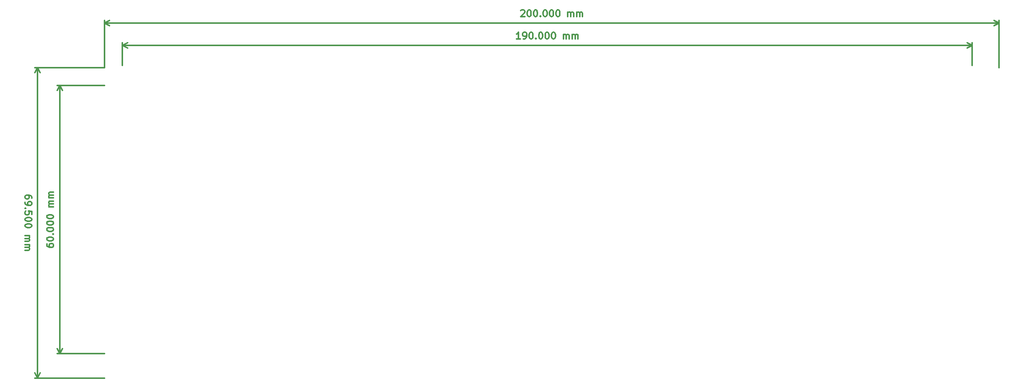
<source format=gbr>
G04 #@! TF.GenerationSoftware,KiCad,Pcbnew,(5.0.0-rc2-dev-296-g4594fedc2)*
G04 #@! TF.CreationDate,2018-04-30T23:58:47+09:30*
G04 #@! TF.ProjectId,zaphod-controller,7A6170686F642D636F6E74726F6C6C65,1.0*
G04 #@! TF.SameCoordinates,Original*
G04 #@! TF.FileFunction,Drawing*
%FSLAX46Y46*%
G04 Gerber Fmt 4.6, Leading zero omitted, Abs format (unit mm)*
G04 Created by KiCad (PCBNEW (5.0.0-rc2-dev-296-g4594fedc2)) date 04/30/18 23:58:47*
%MOMM*%
%LPD*%
G01*
G04 APERTURE LIST*
%ADD10C,0.300000*%
G04 APERTURE END LIST*
D10*
X37078571Y-89500000D02*
X37078571Y-89785714D01*
X37150000Y-89928571D01*
X37221428Y-90000000D01*
X37435714Y-90142857D01*
X37721428Y-90214285D01*
X38292857Y-90214285D01*
X38435714Y-90142857D01*
X38507142Y-90071428D01*
X38578571Y-89928571D01*
X38578571Y-89642857D01*
X38507142Y-89500000D01*
X38435714Y-89428571D01*
X38292857Y-89357142D01*
X37935714Y-89357142D01*
X37792857Y-89428571D01*
X37721428Y-89500000D01*
X37650000Y-89642857D01*
X37650000Y-89928571D01*
X37721428Y-90071428D01*
X37792857Y-90142857D01*
X37935714Y-90214285D01*
X37078571Y-88428571D02*
X37078571Y-88285714D01*
X37150000Y-88142857D01*
X37221428Y-88071428D01*
X37364285Y-88000000D01*
X37650000Y-87928571D01*
X38007142Y-87928571D01*
X38292857Y-88000000D01*
X38435714Y-88071428D01*
X38507142Y-88142857D01*
X38578571Y-88285714D01*
X38578571Y-88428571D01*
X38507142Y-88571428D01*
X38435714Y-88642857D01*
X38292857Y-88714285D01*
X38007142Y-88785714D01*
X37650000Y-88785714D01*
X37364285Y-88714285D01*
X37221428Y-88642857D01*
X37150000Y-88571428D01*
X37078571Y-88428571D01*
X38435714Y-87285714D02*
X38507142Y-87214285D01*
X38578571Y-87285714D01*
X38507142Y-87357142D01*
X38435714Y-87285714D01*
X38578571Y-87285714D01*
X37078571Y-86285714D02*
X37078571Y-86142857D01*
X37150000Y-86000000D01*
X37221428Y-85928571D01*
X37364285Y-85857142D01*
X37650000Y-85785714D01*
X38007142Y-85785714D01*
X38292857Y-85857142D01*
X38435714Y-85928571D01*
X38507142Y-86000000D01*
X38578571Y-86142857D01*
X38578571Y-86285714D01*
X38507142Y-86428571D01*
X38435714Y-86500000D01*
X38292857Y-86571428D01*
X38007142Y-86642857D01*
X37650000Y-86642857D01*
X37364285Y-86571428D01*
X37221428Y-86500000D01*
X37150000Y-86428571D01*
X37078571Y-86285714D01*
X37078571Y-84857142D02*
X37078571Y-84714285D01*
X37150000Y-84571428D01*
X37221428Y-84500000D01*
X37364285Y-84428571D01*
X37650000Y-84357142D01*
X38007142Y-84357142D01*
X38292857Y-84428571D01*
X38435714Y-84500000D01*
X38507142Y-84571428D01*
X38578571Y-84714285D01*
X38578571Y-84857142D01*
X38507142Y-85000000D01*
X38435714Y-85071428D01*
X38292857Y-85142857D01*
X38007142Y-85214285D01*
X37650000Y-85214285D01*
X37364285Y-85142857D01*
X37221428Y-85071428D01*
X37150000Y-85000000D01*
X37078571Y-84857142D01*
X37078571Y-83428571D02*
X37078571Y-83285714D01*
X37150000Y-83142857D01*
X37221428Y-83071428D01*
X37364285Y-83000000D01*
X37650000Y-82928571D01*
X38007142Y-82928571D01*
X38292857Y-83000000D01*
X38435714Y-83071428D01*
X38507142Y-83142857D01*
X38578571Y-83285714D01*
X38578571Y-83428571D01*
X38507142Y-83571428D01*
X38435714Y-83642857D01*
X38292857Y-83714285D01*
X38007142Y-83785714D01*
X37650000Y-83785714D01*
X37364285Y-83714285D01*
X37221428Y-83642857D01*
X37150000Y-83571428D01*
X37078571Y-83428571D01*
X38578571Y-81142857D02*
X37578571Y-81142857D01*
X37721428Y-81142857D02*
X37650000Y-81071428D01*
X37578571Y-80928571D01*
X37578571Y-80714285D01*
X37650000Y-80571428D01*
X37792857Y-80500000D01*
X38578571Y-80500000D01*
X37792857Y-80500000D02*
X37650000Y-80428571D01*
X37578571Y-80285714D01*
X37578571Y-80071428D01*
X37650000Y-79928571D01*
X37792857Y-79857142D01*
X38578571Y-79857142D01*
X38578571Y-79142857D02*
X37578571Y-79142857D01*
X37721428Y-79142857D02*
X37650000Y-79071428D01*
X37578571Y-78928571D01*
X37578571Y-78714285D01*
X37650000Y-78571428D01*
X37792857Y-78500000D01*
X38578571Y-78500000D01*
X37792857Y-78500000D02*
X37650000Y-78428571D01*
X37578571Y-78285714D01*
X37578571Y-78071428D01*
X37650000Y-77928571D01*
X37792857Y-77857142D01*
X38578571Y-77857142D01*
X40000000Y-114000000D02*
X40000000Y-54000000D01*
X50000000Y-114000000D02*
X39413579Y-114000000D01*
X50000000Y-54000000D02*
X39413579Y-54000000D01*
X40000000Y-54000000D02*
X40586421Y-55126504D01*
X40000000Y-54000000D02*
X39413579Y-55126504D01*
X40000000Y-114000000D02*
X40586421Y-112873496D01*
X40000000Y-114000000D02*
X39413579Y-112873496D01*
X142928571Y-43578571D02*
X142071428Y-43578571D01*
X142500000Y-43578571D02*
X142500000Y-42078571D01*
X142357142Y-42292857D01*
X142214285Y-42435714D01*
X142071428Y-42507142D01*
X143642857Y-43578571D02*
X143928571Y-43578571D01*
X144071428Y-43507142D01*
X144142857Y-43435714D01*
X144285714Y-43221428D01*
X144357142Y-42935714D01*
X144357142Y-42364285D01*
X144285714Y-42221428D01*
X144214285Y-42150000D01*
X144071428Y-42078571D01*
X143785714Y-42078571D01*
X143642857Y-42150000D01*
X143571428Y-42221428D01*
X143500000Y-42364285D01*
X143500000Y-42721428D01*
X143571428Y-42864285D01*
X143642857Y-42935714D01*
X143785714Y-43007142D01*
X144071428Y-43007142D01*
X144214285Y-42935714D01*
X144285714Y-42864285D01*
X144357142Y-42721428D01*
X145285714Y-42078571D02*
X145428571Y-42078571D01*
X145571428Y-42150000D01*
X145642857Y-42221428D01*
X145714285Y-42364285D01*
X145785714Y-42650000D01*
X145785714Y-43007142D01*
X145714285Y-43292857D01*
X145642857Y-43435714D01*
X145571428Y-43507142D01*
X145428571Y-43578571D01*
X145285714Y-43578571D01*
X145142857Y-43507142D01*
X145071428Y-43435714D01*
X145000000Y-43292857D01*
X144928571Y-43007142D01*
X144928571Y-42650000D01*
X145000000Y-42364285D01*
X145071428Y-42221428D01*
X145142857Y-42150000D01*
X145285714Y-42078571D01*
X146428571Y-43435714D02*
X146500000Y-43507142D01*
X146428571Y-43578571D01*
X146357142Y-43507142D01*
X146428571Y-43435714D01*
X146428571Y-43578571D01*
X147428571Y-42078571D02*
X147571428Y-42078571D01*
X147714285Y-42150000D01*
X147785714Y-42221428D01*
X147857142Y-42364285D01*
X147928571Y-42650000D01*
X147928571Y-43007142D01*
X147857142Y-43292857D01*
X147785714Y-43435714D01*
X147714285Y-43507142D01*
X147571428Y-43578571D01*
X147428571Y-43578571D01*
X147285714Y-43507142D01*
X147214285Y-43435714D01*
X147142857Y-43292857D01*
X147071428Y-43007142D01*
X147071428Y-42650000D01*
X147142857Y-42364285D01*
X147214285Y-42221428D01*
X147285714Y-42150000D01*
X147428571Y-42078571D01*
X148857142Y-42078571D02*
X149000000Y-42078571D01*
X149142857Y-42150000D01*
X149214285Y-42221428D01*
X149285714Y-42364285D01*
X149357142Y-42650000D01*
X149357142Y-43007142D01*
X149285714Y-43292857D01*
X149214285Y-43435714D01*
X149142857Y-43507142D01*
X149000000Y-43578571D01*
X148857142Y-43578571D01*
X148714285Y-43507142D01*
X148642857Y-43435714D01*
X148571428Y-43292857D01*
X148500000Y-43007142D01*
X148500000Y-42650000D01*
X148571428Y-42364285D01*
X148642857Y-42221428D01*
X148714285Y-42150000D01*
X148857142Y-42078571D01*
X150285714Y-42078571D02*
X150428571Y-42078571D01*
X150571428Y-42150000D01*
X150642857Y-42221428D01*
X150714285Y-42364285D01*
X150785714Y-42650000D01*
X150785714Y-43007142D01*
X150714285Y-43292857D01*
X150642857Y-43435714D01*
X150571428Y-43507142D01*
X150428571Y-43578571D01*
X150285714Y-43578571D01*
X150142857Y-43507142D01*
X150071428Y-43435714D01*
X150000000Y-43292857D01*
X149928571Y-43007142D01*
X149928571Y-42650000D01*
X150000000Y-42364285D01*
X150071428Y-42221428D01*
X150142857Y-42150000D01*
X150285714Y-42078571D01*
X152571428Y-43578571D02*
X152571428Y-42578571D01*
X152571428Y-42721428D02*
X152642857Y-42650000D01*
X152785714Y-42578571D01*
X153000000Y-42578571D01*
X153142857Y-42650000D01*
X153214285Y-42792857D01*
X153214285Y-43578571D01*
X153214285Y-42792857D02*
X153285714Y-42650000D01*
X153428571Y-42578571D01*
X153642857Y-42578571D01*
X153785714Y-42650000D01*
X153857142Y-42792857D01*
X153857142Y-43578571D01*
X154571428Y-43578571D02*
X154571428Y-42578571D01*
X154571428Y-42721428D02*
X154642857Y-42650000D01*
X154785714Y-42578571D01*
X155000000Y-42578571D01*
X155142857Y-42650000D01*
X155214285Y-42792857D01*
X155214285Y-43578571D01*
X155214285Y-42792857D02*
X155285714Y-42650000D01*
X155428571Y-42578571D01*
X155642857Y-42578571D01*
X155785714Y-42650000D01*
X155857142Y-42792857D01*
X155857142Y-43578571D01*
X54000000Y-45000000D02*
X244000000Y-45000000D01*
X54000000Y-49500000D02*
X54000000Y-44413579D01*
X244000000Y-49500000D02*
X244000000Y-44413579D01*
X244000000Y-45000000D02*
X242873496Y-45586421D01*
X244000000Y-45000000D02*
X242873496Y-44413579D01*
X54000000Y-45000000D02*
X55126504Y-45586421D01*
X54000000Y-45000000D02*
X55126504Y-44413579D01*
X33721429Y-79250000D02*
X33721429Y-78964285D01*
X33650001Y-78821428D01*
X33578572Y-78750000D01*
X33364286Y-78607142D01*
X33078572Y-78535714D01*
X32507143Y-78535714D01*
X32364286Y-78607142D01*
X32292858Y-78678571D01*
X32221429Y-78821428D01*
X32221429Y-79107142D01*
X32292858Y-79250000D01*
X32364286Y-79321428D01*
X32507143Y-79392857D01*
X32864286Y-79392857D01*
X33007143Y-79321428D01*
X33078572Y-79250000D01*
X33150001Y-79107142D01*
X33150001Y-78821428D01*
X33078572Y-78678571D01*
X33007143Y-78607142D01*
X32864286Y-78535714D01*
X32221429Y-80107142D02*
X32221429Y-80392857D01*
X32292858Y-80535714D01*
X32364286Y-80607142D01*
X32578572Y-80750000D01*
X32864286Y-80821428D01*
X33435715Y-80821428D01*
X33578572Y-80750000D01*
X33650001Y-80678571D01*
X33721429Y-80535714D01*
X33721429Y-80250000D01*
X33650001Y-80107142D01*
X33578572Y-80035714D01*
X33435715Y-79964285D01*
X33078572Y-79964285D01*
X32935715Y-80035714D01*
X32864286Y-80107142D01*
X32792858Y-80250000D01*
X32792858Y-80535714D01*
X32864286Y-80678571D01*
X32935715Y-80750000D01*
X33078572Y-80821428D01*
X32364286Y-81464285D02*
X32292858Y-81535714D01*
X32221429Y-81464285D01*
X32292858Y-81392857D01*
X32364286Y-81464285D01*
X32221429Y-81464285D01*
X33721429Y-82892857D02*
X33721429Y-82178571D01*
X33007143Y-82107142D01*
X33078572Y-82178571D01*
X33150001Y-82321428D01*
X33150001Y-82678571D01*
X33078572Y-82821428D01*
X33007143Y-82892857D01*
X32864286Y-82964285D01*
X32507143Y-82964285D01*
X32364286Y-82892857D01*
X32292858Y-82821428D01*
X32221429Y-82678571D01*
X32221429Y-82321428D01*
X32292858Y-82178571D01*
X32364286Y-82107142D01*
X33721429Y-83892857D02*
X33721429Y-84035714D01*
X33650001Y-84178571D01*
X33578572Y-84250000D01*
X33435715Y-84321428D01*
X33150001Y-84392857D01*
X32792858Y-84392857D01*
X32507143Y-84321428D01*
X32364286Y-84250000D01*
X32292858Y-84178571D01*
X32221429Y-84035714D01*
X32221429Y-83892857D01*
X32292858Y-83750000D01*
X32364286Y-83678571D01*
X32507143Y-83607142D01*
X32792858Y-83535714D01*
X33150001Y-83535714D01*
X33435715Y-83607142D01*
X33578572Y-83678571D01*
X33650001Y-83750000D01*
X33721429Y-83892857D01*
X33721429Y-85321428D02*
X33721429Y-85464285D01*
X33650001Y-85607142D01*
X33578572Y-85678571D01*
X33435715Y-85750000D01*
X33150001Y-85821428D01*
X32792858Y-85821428D01*
X32507143Y-85750000D01*
X32364286Y-85678571D01*
X32292858Y-85607142D01*
X32221429Y-85464285D01*
X32221429Y-85321428D01*
X32292858Y-85178571D01*
X32364286Y-85107142D01*
X32507143Y-85035714D01*
X32792858Y-84964285D01*
X33150001Y-84964285D01*
X33435715Y-85035714D01*
X33578572Y-85107142D01*
X33650001Y-85178571D01*
X33721429Y-85321428D01*
X32221429Y-87607142D02*
X33221429Y-87607142D01*
X33078572Y-87607142D02*
X33150001Y-87678571D01*
X33221429Y-87821428D01*
X33221429Y-88035714D01*
X33150001Y-88178571D01*
X33007143Y-88250000D01*
X32221429Y-88250000D01*
X33007143Y-88250000D02*
X33150001Y-88321428D01*
X33221429Y-88464285D01*
X33221429Y-88678571D01*
X33150001Y-88821428D01*
X33007143Y-88892857D01*
X32221429Y-88892857D01*
X32221429Y-89607142D02*
X33221429Y-89607142D01*
X33078572Y-89607142D02*
X33150001Y-89678571D01*
X33221429Y-89821428D01*
X33221429Y-90035714D01*
X33150001Y-90178571D01*
X33007143Y-90250000D01*
X32221429Y-90250000D01*
X33007143Y-90250000D02*
X33150001Y-90321428D01*
X33221429Y-90464285D01*
X33221429Y-90678571D01*
X33150001Y-90821428D01*
X33007143Y-90892857D01*
X32221429Y-90892857D01*
X35000001Y-50000000D02*
X35000001Y-119500000D01*
X50000000Y-50000000D02*
X34413580Y-50000000D01*
X50000000Y-119500000D02*
X34413580Y-119500000D01*
X35000001Y-119500000D02*
X34413580Y-118373496D01*
X35000001Y-119500000D02*
X35586422Y-118373496D01*
X35000001Y-50000000D02*
X34413580Y-51126504D01*
X35000001Y-50000000D02*
X35586422Y-51126504D01*
X143071428Y-37221428D02*
X143142857Y-37150000D01*
X143285714Y-37078571D01*
X143642857Y-37078571D01*
X143785714Y-37150000D01*
X143857142Y-37221428D01*
X143928571Y-37364285D01*
X143928571Y-37507142D01*
X143857142Y-37721428D01*
X143000000Y-38578571D01*
X143928571Y-38578571D01*
X144857142Y-37078571D02*
X145000000Y-37078571D01*
X145142857Y-37150000D01*
X145214285Y-37221428D01*
X145285714Y-37364285D01*
X145357142Y-37650000D01*
X145357142Y-38007142D01*
X145285714Y-38292857D01*
X145214285Y-38435714D01*
X145142857Y-38507142D01*
X145000000Y-38578571D01*
X144857142Y-38578571D01*
X144714285Y-38507142D01*
X144642857Y-38435714D01*
X144571428Y-38292857D01*
X144500000Y-38007142D01*
X144500000Y-37650000D01*
X144571428Y-37364285D01*
X144642857Y-37221428D01*
X144714285Y-37150000D01*
X144857142Y-37078571D01*
X146285714Y-37078571D02*
X146428571Y-37078571D01*
X146571428Y-37150000D01*
X146642857Y-37221428D01*
X146714285Y-37364285D01*
X146785714Y-37650000D01*
X146785714Y-38007142D01*
X146714285Y-38292857D01*
X146642857Y-38435714D01*
X146571428Y-38507142D01*
X146428571Y-38578571D01*
X146285714Y-38578571D01*
X146142857Y-38507142D01*
X146071428Y-38435714D01*
X146000000Y-38292857D01*
X145928571Y-38007142D01*
X145928571Y-37650000D01*
X146000000Y-37364285D01*
X146071428Y-37221428D01*
X146142857Y-37150000D01*
X146285714Y-37078571D01*
X147428571Y-38435714D02*
X147500000Y-38507142D01*
X147428571Y-38578571D01*
X147357142Y-38507142D01*
X147428571Y-38435714D01*
X147428571Y-38578571D01*
X148428571Y-37078571D02*
X148571428Y-37078571D01*
X148714285Y-37150000D01*
X148785714Y-37221428D01*
X148857142Y-37364285D01*
X148928571Y-37650000D01*
X148928571Y-38007142D01*
X148857142Y-38292857D01*
X148785714Y-38435714D01*
X148714285Y-38507142D01*
X148571428Y-38578571D01*
X148428571Y-38578571D01*
X148285714Y-38507142D01*
X148214285Y-38435714D01*
X148142857Y-38292857D01*
X148071428Y-38007142D01*
X148071428Y-37650000D01*
X148142857Y-37364285D01*
X148214285Y-37221428D01*
X148285714Y-37150000D01*
X148428571Y-37078571D01*
X149857142Y-37078571D02*
X150000000Y-37078571D01*
X150142857Y-37150000D01*
X150214285Y-37221428D01*
X150285714Y-37364285D01*
X150357142Y-37650000D01*
X150357142Y-38007142D01*
X150285714Y-38292857D01*
X150214285Y-38435714D01*
X150142857Y-38507142D01*
X150000000Y-38578571D01*
X149857142Y-38578571D01*
X149714285Y-38507142D01*
X149642857Y-38435714D01*
X149571428Y-38292857D01*
X149500000Y-38007142D01*
X149500000Y-37650000D01*
X149571428Y-37364285D01*
X149642857Y-37221428D01*
X149714285Y-37150000D01*
X149857142Y-37078571D01*
X151285714Y-37078571D02*
X151428571Y-37078571D01*
X151571428Y-37150000D01*
X151642857Y-37221428D01*
X151714285Y-37364285D01*
X151785714Y-37650000D01*
X151785714Y-38007142D01*
X151714285Y-38292857D01*
X151642857Y-38435714D01*
X151571428Y-38507142D01*
X151428571Y-38578571D01*
X151285714Y-38578571D01*
X151142857Y-38507142D01*
X151071428Y-38435714D01*
X151000000Y-38292857D01*
X150928571Y-38007142D01*
X150928571Y-37650000D01*
X151000000Y-37364285D01*
X151071428Y-37221428D01*
X151142857Y-37150000D01*
X151285714Y-37078571D01*
X153571428Y-38578571D02*
X153571428Y-37578571D01*
X153571428Y-37721428D02*
X153642857Y-37650000D01*
X153785714Y-37578571D01*
X154000000Y-37578571D01*
X154142857Y-37650000D01*
X154214285Y-37792857D01*
X154214285Y-38578571D01*
X154214285Y-37792857D02*
X154285714Y-37650000D01*
X154428571Y-37578571D01*
X154642857Y-37578571D01*
X154785714Y-37650000D01*
X154857142Y-37792857D01*
X154857142Y-38578571D01*
X155571428Y-38578571D02*
X155571428Y-37578571D01*
X155571428Y-37721428D02*
X155642857Y-37650000D01*
X155785714Y-37578571D01*
X156000000Y-37578571D01*
X156142857Y-37650000D01*
X156214285Y-37792857D01*
X156214285Y-38578571D01*
X156214285Y-37792857D02*
X156285714Y-37650000D01*
X156428571Y-37578571D01*
X156642857Y-37578571D01*
X156785714Y-37650000D01*
X156857142Y-37792857D01*
X156857142Y-38578571D01*
X50000000Y-40000000D02*
X250000000Y-40000000D01*
X50000000Y-50000000D02*
X50000000Y-39413579D01*
X250000000Y-50000000D02*
X250000000Y-39413579D01*
X250000000Y-40000000D02*
X248873496Y-40586421D01*
X250000000Y-40000000D02*
X248873496Y-39413579D01*
X50000000Y-40000000D02*
X51126504Y-40586421D01*
X50000000Y-40000000D02*
X51126504Y-39413579D01*
M02*

</source>
